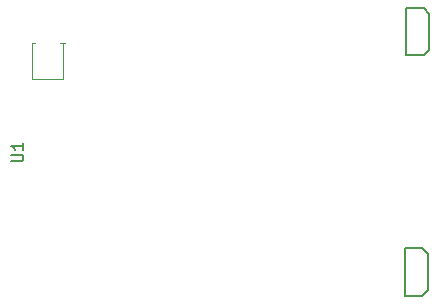
<source format=gto>
G04 #@! TF.GenerationSoftware,KiCad,Pcbnew,7.0.2*
G04 #@! TF.CreationDate,2024-01-20T07:38:39+00:00*
G04 #@! TF.ProjectId,game-boy-zero-link-board,67616d65-2d62-46f7-992d-7a65726f2d6c,rev?*
G04 #@! TF.SameCoordinates,Original*
G04 #@! TF.FileFunction,Legend,Top*
G04 #@! TF.FilePolarity,Positive*
%FSLAX46Y46*%
G04 Gerber Fmt 4.6, Leading zero omitted, Abs format (unit mm)*
G04 Created by KiCad (PCBNEW 7.0.2) date 2024-01-20 07:38:39*
%MOMM*%
%LPD*%
G01*
G04 APERTURE LIST*
%ADD10C,0.200000*%
%ADD11C,0.150000*%
%ADD12C,0.120000*%
G04 APERTURE END LIST*
D10*
X104116000Y-104013000D02*
X104616000Y-104513000D01*
X104210000Y-87685000D02*
X102710000Y-87685000D01*
X104116000Y-108013000D02*
X102616000Y-108013000D01*
X104710000Y-84185000D02*
X104710000Y-87185000D01*
X104616000Y-104513000D02*
X104616000Y-107513000D01*
X102710000Y-87685000D02*
X102710000Y-83685000D01*
X104210000Y-87685000D02*
X104710000Y-87185000D01*
X102710000Y-83685000D02*
X104210000Y-83685000D01*
X104116000Y-108013000D02*
X104616000Y-107513000D01*
X102616000Y-104013000D02*
X104116000Y-104013000D01*
X102616000Y-108013000D02*
X102616000Y-104013000D01*
X104210000Y-83685000D02*
X104710000Y-84185000D01*
D11*
X69312619Y-96646904D02*
X70122142Y-96646904D01*
X70122142Y-96646904D02*
X70217380Y-96599285D01*
X70217380Y-96599285D02*
X70265000Y-96551666D01*
X70265000Y-96551666D02*
X70312619Y-96456428D01*
X70312619Y-96456428D02*
X70312619Y-96265952D01*
X70312619Y-96265952D02*
X70265000Y-96170714D01*
X70265000Y-96170714D02*
X70217380Y-96123095D01*
X70217380Y-96123095D02*
X70122142Y-96075476D01*
X70122142Y-96075476D02*
X69312619Y-96075476D01*
X70312619Y-95075476D02*
X70312619Y-95646904D01*
X70312619Y-95361190D02*
X69312619Y-95361190D01*
X69312619Y-95361190D02*
X69455476Y-95456428D01*
X69455476Y-95456428D02*
X69550714Y-95551666D01*
X69550714Y-95551666D02*
X69598333Y-95646904D01*
D12*
X73687000Y-89662000D02*
X71020000Y-89662000D01*
X71020000Y-86655000D02*
X71020000Y-89662000D01*
X71020000Y-86655000D02*
X71320000Y-86655000D01*
X73420000Y-86655000D02*
X73820000Y-86655000D01*
X73687000Y-86655000D02*
X73687000Y-89662000D01*
M02*

</source>
